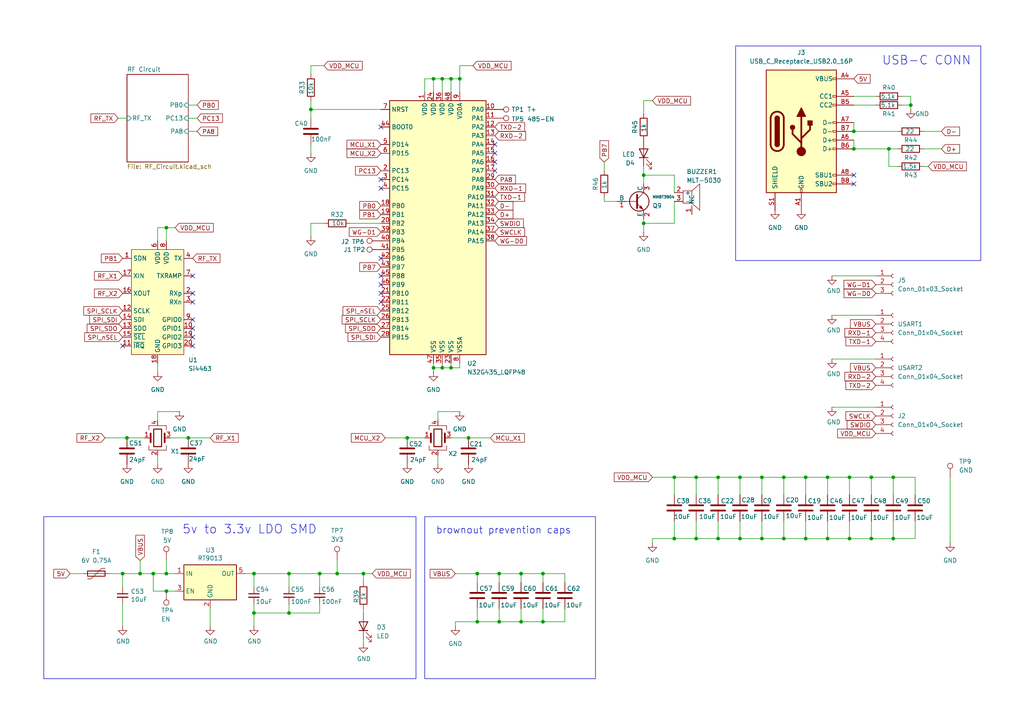
<source format=kicad_sch>
(kicad_sch (version 20250114) (generator "eeschema") (generator_version "9.0")
  (paper "A4")
  (lib_symbols
    (symbol "Connector:Conn_01x03_Socket" (pin_names (offset 1.016) (hide yes))
      (property "Reference" "J" (at 0 5.08 0))
      (property "Value" "Conn_01x03_Socket" (at 0 -5.08 0))
      (symbol "Conn_01x03_Socket_1_1"
        (pin passive line (at -5.08 2.54 0) (length 3.81) (name "Pin_1") (number "1"))
        (pin passive line (at -5.08 0 0) (length 3.81) (name "Pin_2") (number "2"))
        (pin passive line (at -5.08 -2.54 0) (length 3.81) (name "Pin_3") (number "3"))
      )
    )
    (symbol "Connector:Conn_01x04_Socket" (pin_names (offset 1.016) (hide yes))
      (property "Reference" "J" (at 0 5.08 0))
      (property "Value" "Conn_01x04_Socket" (at 0 -7.62 0))
      (symbol "Conn_01x04_Socket_1_1"
        (pin passive line (at -5.08 2.54 0) (length 3.81) (name "Pin_1") (number "1"))
        (pin passive line (at -5.08 0 0) (length 3.81) (name "Pin_2") (number "2"))
        (pin passive line (at -5.08 -2.54 0) (length 3.81) (name "Pin_3") (number "3"))
        (pin passive line (at -5.08 -5.08 0) (length 3.81) (name "Pin_4") (number "4"))
      )
    )
    (symbol "Connector:TestPoint" (pin_numbers (hide yes)) (pin_names (offset 0.762) (hide yes))
      (property "Reference" "TP" (at 0 6.858 0))
      (property "Value" "TestPoint" (at 0 5.08 0))
      (symbol "TestPoint_1_1"
        (pin passive line (at 0 0 90) (length 2.54) (name "1") (number "1"))
      )
    )
    (symbol "Connector:USB_C_Receptacle_USB2.0_16P" (pin_names (offset 1.016))
      (property "Reference" "J" (at 0 22.225 0))
      (property "Value" "USB_C_Receptacle_USB2.0_16P" (at 0 19.685 0))
      (symbol "USB_C_Receptacle_USB2.0_16P_1_1"
        (pin passive line (at -7.62 -22.86 90) (length 5.08) (name "SHIELD") (number "S1"))
        (pin passive line (at 0 -22.86 90) (length 5.08) (name "GND") (number "A1"))
        (pin passive line (at 0 -22.86 90) (length 5.08) (hide yes) (name "GND") (number "A12"))
        (pin passive line (at 0 -22.86 90) (length 5.08) (hide yes) (name "GND") (number "B1"))
        (pin passive line (at 0 -22.86 90) (length 5.08) (hide yes) (name "GND") (number "B12"))
        (pin passive line (at 15.24 15.24 180) (length 5.08) (name "VBUS") (number "A4"))
        (pin passive line (at 15.24 15.24 180) (length 5.08) (hide yes) (name "VBUS") (number "A9"))
        (pin passive line (at 15.24 15.24 180) (length 5.08) (hide yes) (name "VBUS") (number "B4"))
        (pin passive line (at 15.24 15.24 180) (length 5.08) (hide yes) (name "VBUS") (number "B9"))
        (pin bidirectional line (at 15.24 10.16 180) (length 5.08) (name "CC1") (number "A5"))
        (pin bidirectional line (at 15.24 7.62 180) (length 5.08) (name "CC2") (number "B5"))
        (pin bidirectional line (at 15.24 2.54 180) (length 5.08) (name "D-") (number "A7"))
        (pin bidirectional line (at 15.24 0 180) (length 5.08) (name "D-") (number "B7"))
        (pin bidirectional line (at 15.24 -2.54 180) (length 5.08) (name "D+") (number "A6"))
        (pin bidirectional line (at 15.24 -5.08 180) (length 5.08) (name "D+") (number "B6"))
        (pin bidirectional line (at 15.24 -12.7 180) (length 5.08) (name "SBU1") (number "A8"))
        (pin bidirectional line (at 15.24 -15.24 180) (length 5.08) (name "SBU2") (number "B8"))
      )
    )
    (symbol "Device:C" (pin_numbers (hide yes)) (pin_names (offset 0.254))
      (property "Reference" "C" (at 0.635 2.54 0))
      (property "Value" "C" (at 0.635 -2.54 0))
      (symbol "C_1_1"
        (pin passive line (at 0 3.81 270) (length 2.794) (name "~") (number "1"))
        (pin passive line (at 0 -3.81 90) (length 2.794) (name "~") (number "2"))
      )
    )
    (symbol "Device:C_Small" (pin_numbers (hide yes)) (pin_names (offset 0.254) (hide yes))
      (property "Reference" "C" (at 0.254 1.778 0))
      (property "Value" "C_Small" (at 0.254 -2.032 0))
      (symbol "C_Small_1_1"
        (pin passive line (at 0 2.54 270) (length 2.032) (name "~") (number "1"))
        (pin passive line (at 0 -2.54 90) (length 2.032) (name "~") (number "2"))
      )
    )
    (symbol "Device:Crystal_GND24" (pin_names (offset 1.016) (hide yes))
      (property "Reference" "Y" (at 3.175 5.08 0))
      (property "Value" "Crystal_GND24" (at 3.175 3.175 0))
      (symbol "Crystal_GND24_1_1"
        (pin passive line (at -3.81 0 0) (length 1.27) (name "1") (number "1"))
        (pin passive line (at 0 5.08 270) (length 1.27) (name "2") (number "2"))
        (pin passive line (at 0 -5.08 90) (length 1.27) (name "4") (number "4"))
        (pin passive line (at 3.81 0 180) (length 1.27) (name "3") (number "3"))
      )
    )
    (symbol "Device:LED" (pin_numbers (hide yes)) (pin_names (offset 1.016) (hide yes))
      (property "Reference" "D" (at 0 2.54 0))
      (property "Value" "LED" (at 0 -2.54 0))
      (symbol "LED_1_1"
        (pin passive line (at -3.81 0 0) (length 2.54) (name "K") (number "1"))
        (pin passive line (at 3.81 0 180) (length 2.54) (name "A") (number "2"))
      )
    )
    (symbol "Device:Polyfuse" (pin_numbers (hide yes)) (pin_names (offset 0))
      (property "Reference" "F" (at -2.54 0 90))
      (property "Value" "Polyfuse" (at 2.54 0 90))
      (symbol "Polyfuse_1_1"
        (pin passive line (at 0 3.81 270) (length 1.27) (name "~") (number "1"))
        (pin passive line (at 0 -3.81 90) (length 1.27) (name "~") (number "2"))
      )
    )
    (symbol "Device:R" (pin_numbers (hide yes)) (pin_names (offset 0))
      (property "Reference" "R" (at 2.032 0 90))
      (property "Value" "R" (at 0 0 90))
      (symbol "R_1_1"
        (pin passive line (at 0 3.81 270) (length 1.27) (name "~") (number "1"))
        (pin passive line (at 0 -3.81 90) (length 1.27) (name "~") (number "2"))
      )
    )
    (symbol "KLKS:N32G435_LQFP48"
      (property "Reference" "U2" (at 9.7633 -38.1 0))
      (property "Value" "N32G435_LQFP48" (at 9.7633 -40.64 0))
      (symbol "N32G435_LQFP48_1_1"
        (pin input line (at -15.24 35.56 0) (length 2.54) (name "NRST") (number "7"))
        (pin input line (at -15.24 30.48 0) (length 2.54) (name "BOOT0") (number "44"))
        (pin bidirectional line (at -15.24 25.4 0) (length 2.54) (name "PD14") (number "5"))
        (pin bidirectional line (at -15.24 22.86 0) (length 2.54) (name "PD15") (number "6"))
        (pin bidirectional line (at -15.24 17.78 0) (length 2.54) (name "PC13") (number "2"))
        (pin bidirectional line (at -15.24 15.24 0) (length 2.54) (name "PC14") (number "3"))
        (pin bidirectional line (at -15.24 12.7 0) (length 2.54) (name "PC15") (number "4"))
        (pin bidirectional line (at -15.24 7.62 0) (length 2.54) (name "PB0") (number "18"))
        (pin bidirectional line (at -15.24 5.08 0) (length 2.54) (name "PB1") (number "19"))
        (pin bidirectional line (at -15.24 2.54 0) (length 2.54) (name "PB2") (number "20"))
        (pin bidirectional line (at -15.24 0 0) (length 2.54) (name "PB3") (number "39"))
        (pin bidirectional line (at -15.24 -2.54 0) (length 2.54) (name "PB4") (number "40"))
        (pin bidirectional line (at -15.24 -5.08 0) (length 2.54) (name "PB5") (number "41"))
        (pin bidirectional line (at -15.24 -7.62 0) (length 2.54) (name "PB6") (number "42"))
        (pin bidirectional line (at -15.24 -10.16 0) (length 2.54) (name "PB7") (number "43"))
        (pin bidirectional line (at -15.24 -12.7 0) (length 2.54) (name "PB8") (number "45"))
        (pin bidirectional line (at -15.24 -15.24 0) (length 2.54) (name "PB9") (number "46"))
        (pin bidirectional line (at -15.24 -17.78 0) (length 2.54) (name "PB10") (number "21"))
        (pin bidirectional line (at -15.24 -20.32 0) (length 2.54) (name "PB11") (number "22"))
        (pin bidirectional line (at -15.24 -22.86 0) (length 2.54) (name "PB12") (number "25"))
        (pin bidirectional line (at -15.24 -25.4 0) (length 2.54) (name "PB13") (number "26"))
        (pin bidirectional line (at -15.24 -27.94 0) (length 2.54) (name "PB14") (number "27"))
        (pin bidirectional line (at -15.24 -30.48 0) (length 2.54) (name "PB15") (number "28"))
        (pin power_in line (at -2.54 40.64 270) (length 2.54) (name "VDD") (number "1"))
        (pin power_in line (at 0 40.64 270) (length 2.54) (name "VDD") (number "24"))
        (pin passive line (at 0 -38.1 90) (length 2.54) (hide yes) (name "VSS") (number "35"))
        (pin passive line (at 0 -38.1 90) (length 2.54) (hide yes) (name "VSS") (number "47"))
        (pin power_in line (at 0 -38.1 90) (length 2.54) (name "VSS") (number "47"))
        (pin power_in line (at 2.54 40.64 270) (length 2.54) (name "VDD") (number "36"))
        (pin power_in line (at 2.54 -38.1 90) (length 2.54) (name "VSS") (number "35"))
        (pin power_in line (at 5.08 40.64 270) (length 2.54) (name "VDD") (number "48"))
        (pin power_in line (at 5.08 -38.1 90) (length 2.54) (name "VSS") (number "23"))
        (pin power_in line (at 7.62 40.64 270) (length 2.54) (name "VDDA") (number "9"))
        (pin power_in line (at 7.62 -38.1 90) (length 2.54) (name "VSSA") (number "8"))
        (pin bidirectional line (at 17.78 35.56 180) (length 2.54) (name "PA0") (number "10"))
        (pin bidirectional line (at 17.78 33.02 180) (length 2.54) (name "PA1") (number "11"))
        (pin bidirectional line (at 17.78 30.48 180) (length 2.54) (name "PA2") (number "12"))
        (pin bidirectional line (at 17.78 27.94 180) (length 2.54) (name "PA3") (number "13"))
        (pin bidirectional line (at 17.78 25.4 180) (length 2.54) (name "PA4") (number "14"))
        (pin bidirectional line (at 17.78 22.86 180) (length 2.54) (name "PA5") (number "15"))
        (pin bidirectional line (at 17.78 20.32 180) (length 2.54) (name "PA6") (number "16"))
        (pin bidirectional line (at 17.78 17.78 180) (length 2.54) (name "PA7") (number "17"))
        (pin bidirectional line (at 17.78 15.24 180) (length 2.54) (name "PA8") (number "29"))
        (pin bidirectional line (at 17.78 12.7 180) (length 2.54) (name "PA9") (number "30"))
        (pin bidirectional line (at 17.78 10.16 180) (length 2.54) (name "PA10") (number "31"))
        (pin bidirectional line (at 17.78 7.62 180) (length 2.54) (name "PA11") (number "32"))
        (pin bidirectional line (at 17.78 5.08 180) (length 2.54) (name "PA12") (number "33"))
        (pin bidirectional line (at 17.78 2.54 180) (length 2.54) (name "PA13") (number "34"))
        (pin bidirectional line (at 17.78 0 180) (length 2.54) (name "PA14") (number "37"))
        (pin bidirectional line (at 17.78 -2.54 180) (length 2.54) (name "PA15") (number "38"))
      )
    )
    (symbol "LCSC_EasyEDA:MLT-5030"
      (property "Reference" "BUZZER" (at 0 6.35 0))
      (property "Value" "MLT-5030" (at 0 -10.16 0))
      (symbol "MLT-5030_0_1"
        (pin unspecified line (at -3.81 1.27 0) (length 2.54) (name "+") (number "2"))
        (pin unspecified line (at -3.81 -1.27 0) (length 2.54) (name "-") (number "3"))
        (pin unspecified line (at 1.27 -5.08 90) (length 2.54) (name "NC") (number "1"))
      )
    )
    (symbol "PCM_JLCPCB-Transistors:NPN,MMBT3904" (pin_names (offset 0))
      (property "Reference" "Q" (at 4.8514 0.834 0))
      (property "Value" "MMBT3904" (at 4.8514 -1.2122 0))
      (symbol "NPN,MMBT3904_1_1"
        (pin input line (at -5.08 0 0) (length 2.54) (name "B") (number "1"))
        (pin open_collector line (at 2.54 5.08 270) (length 2.54) (name "C") (number "3"))
        (pin open_emitter line (at 2.54 -5.08 90) (length 2.54) (name "E") (number "2"))
      )
    )
    (symbol "RF:Si4463"
      (property "Reference" "U" (at -6.35 16.51 0))
      (property "Value" "Si4463" (at 6.35 16.51 0))
      (symbol "Si4463_1_1"
        (pin input line (at -10.16 12.7 0) (length 2.54) (name "SDN") (number "1"))
        (pin input line (at -10.16 7.62 0) (length 2.54) (name "XIN") (number "17"))
        (pin passive line (at -10.16 2.54 0) (length 2.54) (name "XOUT") (number "16"))
        (pin input line (at -10.16 -2.54 0) (length 2.54) (name "SCLK") (number "12"))
        (pin input line (at -10.16 -5.08 0) (length 2.54) (name "SDI") (number "14"))
        (pin output line (at -10.16 -7.62 0) (length 2.54) (name "SDO") (number "13"))
        (pin input line (at -10.16 -10.16 0) (length 2.54) (name "~{SEL}") (number "15"))
        (pin open_collector line (at -10.16 -12.7 0) (length 2.54) (name "~{IRQ}") (number "11"))
        (pin power_in line (at 0 17.78 270) (length 2.54) (name "VDD") (number "6"))
        (pin power_in line (at 0 -17.78 90) (length 2.54) (name "GND") (number "18"))
        (pin passive line (at 0 -17.78 90) (length 2.54) (hide yes) (name "GND") (number "21"))
        (pin power_in line (at 2.54 17.78 270) (length 2.54) (name "VDD") (number "8"))
        (pin no_connect line (at 7.62 -15.24 180) (length 2.54) (hide yes) (name "NC") (number "5"))
        (pin output line (at 10.16 12.7 180) (length 2.54) (name "TX") (number "4"))
        (pin output line (at 10.16 7.62 180) (length 2.54) (name "TXRAMP") (number "7"))
        (pin input line (at 10.16 2.54 180) (length 2.54) (name "RXp") (number "2"))
        (pin input line (at 10.16 0 180) (length 2.54) (name "RXn") (number "3"))
        (pin bidirectional line (at 10.16 -5.08 180) (length 2.54) (name "GPIO0") (number "9"))
        (pin bidirectional line (at 10.16 -7.62 180) (length 2.54) (name "GPIO1") (number "10"))
        (pin bidirectional line (at 10.16 -10.16 180) (length 2.54) (name "GPIO2") (number "19"))
        (pin bidirectional line (at 10.16 -12.7 180) (length 2.54) (name "GPIO3") (number "20"))
      )
    )
    (symbol "Regulator_Linear:NCV8114ASN120T1G"
      (property "Reference" "U" (at 0 8.89 0))
      (property "Value" "NCV8114ASN120T1G" (at 0 6.35 0))
      (symbol "NCV8114ASN120T1G_1_1"
        (pin power_in line (at -10.16 2.54 0) (length 2.54) (name "IN") (number "1"))
        (pin input line (at -10.16 -2.54 0) (length 2.54) (name "EN") (number "3"))
        (pin power_in line (at 0 -7.62 90) (length 2.54) (name "GND") (number "2"))
        (pin no_connect line (at 7.62 -2.54 180) (length 2.54) (hide yes) (name "NC") (number "4"))
        (pin power_out line (at 10.16 2.54 180) (length 2.54) (name "OUT") (number "5"))
      )
    )
    (symbol "power:GND" (power) (pin_numbers (hide yes)) (pin_names (offset 0) (hide yes))
      (property "Value" "GND" (at 0 -3.81 0))
      (symbol "GND_1_1"
        (pin power_in line (at 0 0 270) (length 0) (name "~") (number "1"))
      )
    )
  )
  (rectangle (start 123.19 149.86) (end 172.72 196.85))
  (rectangle (start 213.36 13.335) (end 284.48 75.565))
  (rectangle (start 12.7 149.86) (end 120.65 196.85))
  (text "5v to 3.3v LDO SMD" (at 72.39 153.67 0) (effects (font (size 2.54 2.54))))
  (text "brownout prevention caps" (at 146.05 153.924 0) (effects (font (size 2 2))))
  (text "USB-C CONN" (at 268.732 17.653 0) (effects (font (size 2.54 2.54))))
  (junction (at 214.63 156.21))
  (junction (at 157.48 166.37))
  (junction (at 83.82 166.37))
  (junction (at 247.65 38.1))
  (junction (at 186.69 64.77))
  (junction (at 227.33 138.43))
  (junction (at 214.63 138.43))
  (junction (at 264.16 30.48))
  (junction (at 186.69 50.8))
  (junction (at 144.78 180.34))
  (junction (at 201.93 138.43))
  (junction (at 73.66 177.8))
  (junction (at 36.83 127))
  (junction (at 240.03 138.43))
  (junction (at 227.33 156.21))
  (junction (at 220.98 138.43))
  (junction (at 48.26 166.37))
  (junction (at 208.28 138.43))
  (junction (at 138.43 166.37))
  (junction (at 252.73 138.43))
  (junction (at 252.73 156.21))
  (junction (at 44.45 166.37))
  (junction (at 135.89 127))
  (junction (at 138.43 180.34))
  (junction (at 246.38 138.43))
  (junction (at 257.81 43.18))
  (junction (at 48.26 66.04))
  (junction (at 208.28 156.21))
  (junction (at 133.35 22.86))
  (junction (at 259.08 156.21))
  (junction (at 83.82 177.8))
  (junction (at 128.27 22.86))
  (junction (at 73.66 166.37))
  (junction (at 92.71 166.37))
  (junction (at 247.65 43.18))
  (junction (at 195.58 138.43))
  (junction (at 240.03 156.21))
  (junction (at 151.13 180.34))
  (junction (at 259.08 138.43))
  (junction (at 125.73 106.68))
  (junction (at 130.81 106.68))
  (junction (at 35.56 166.37))
  (junction (at 130.81 22.86))
  (junction (at 128.27 106.68))
  (junction (at 118.11 127))
  (junction (at 220.98 156.21))
  (junction (at 48.26 171.45))
  (junction (at 233.68 156.21))
  (junction (at 90.17 31.75))
  (junction (at 151.13 166.37))
  (junction (at 144.78 166.37))
  (junction (at 54.61 127))
  (junction (at 201.93 156.21))
  (junction (at 246.38 156.21))
  (junction (at 40.64 166.37))
  (junction (at 195.58 156.21))
  (junction (at 125.73 22.86))
  (junction (at 105.41 166.37))
  (junction (at 97.79 166.37))
  (junction (at 157.48 180.34))
  (junction (at 233.68 138.43))
  (no_connect (at 35.56 100.33))
  (no_connect (at 247.65 53.34))
  (no_connect (at 55.88 92.71))
  (no_connect (at 55.88 80.01))
  (no_connect (at 110.49 80.01))
  (no_connect (at 143.51 46.99))
  (no_connect (at 110.49 74.93))
  (no_connect (at 55.88 100.33))
  (no_connect (at 143.51 49.53))
  (no_connect (at 143.51 44.45))
  (no_connect (at 110.49 36.83))
  (no_connect (at 55.88 95.25))
  (no_connect (at 247.65 50.8))
  (no_connect (at 110.49 87.63))
  (no_connect (at 143.51 41.91))
  (no_connect (at 55.88 97.79))
  (no_connect (at 110.49 52.07))
  (no_connect (at 110.49 54.61))
  (no_connect (at 55.88 87.63))
  (no_connect (at 110.49 82.55))
  (no_connect (at 55.88 85.09))
  (no_connect (at 110.49 85.09))
  (wire (pts (xy 259.08 156.21) (xy 252.73 156.21)))
  (wire (pts (xy 128.27 106.68) (xy 130.81 106.68)))
  (wire (pts (xy 40.64 162.56) (xy 40.64 166.37)))
  (wire (pts (xy 138.43 166.37) (xy 144.78 166.37)))
  (wire (pts (xy 35.56 175.26) (xy 35.56 181.61)))
  (wire (pts (xy 195.58 138.43) (xy 195.58 143.51)))
  (wire (pts (xy 241.3 80.01) (xy 254 80.01)))
  (wire (pts (xy 125.73 107.95) (xy 125.73 106.68)))
  (wire (pts (xy 133.35 119.38) (xy 127 119.38)))
  (wire (pts (xy 247.65 35.56) (xy 247.65 38.1)))
  (wire (pts (xy 227.33 138.43) (xy 220.98 138.43)))
  (wire (pts (xy 151.13 166.37) (xy 157.48 166.37)))
  (wire (pts (xy 92.71 166.37) (xy 97.79 166.37)))
  (wire (pts (xy 261.62 27.94) (xy 264.16 27.94)))
  (wire (pts (xy 93.98 19.05) (xy 90.17 19.05)))
  (wire (pts (xy 240.03 138.43) (xy 233.68 138.43)))
  (wire (pts (xy 35.56 166.37) (xy 40.64 166.37)))
  (wire (pts (xy 128.27 22.86) (xy 125.73 22.86)))
  (wire (pts (xy 52.07 119.38) (xy 45.72 119.38)))
  (wire (pts (xy 157.48 166.37) (xy 163.83 166.37)))
  (wire (pts (xy 227.33 151.13) (xy 227.33 156.21)))
  (wire (pts (xy 60.96 176.53) (xy 60.96 181.61)))
  (wire (pts (xy 128.27 105.41) (xy 128.27 106.68)))
  (wire (pts (xy 133.35 22.86) (xy 133.35 26.67)))
  (wire (pts (xy 214.63 138.43) (xy 208.28 138.43)))
  (wire (pts (xy 105.41 166.37) (xy 105.41 168.91)))
  (wire (pts (xy 241.3 91.44) (xy 254 91.44)))
  (wire (pts (xy 247.65 30.48) (xy 254 30.48)))
  (wire (pts (xy 265.43 143.51) (xy 265.43 138.43)))
  (wire (pts (xy 90.17 29.21) (xy 90.17 31.75)))
  (wire (pts (xy 138.43 166.37) (xy 138.43 168.91)))
  (wire (pts (xy 97.79 162.56) (xy 97.79 166.37)))
  (wire (pts (xy 125.73 22.86) (xy 125.73 26.67)))
  (wire (pts (xy 57.15 30.48) (xy 54.61 30.48)))
  (wire (pts (xy 186.69 29.21) (xy 186.69 33.02)))
  (wire (pts (xy 105.41 176.53) (xy 105.41 177.8)))
  (wire (pts (xy 135.89 127) (xy 142.24 127)))
  (wire (pts (xy 195.58 151.13) (xy 195.58 156.21)))
  (wire (pts (xy 246.38 151.13) (xy 246.38 156.21)))
  (wire (pts (xy 151.13 166.37) (xy 151.13 168.91)))
  (wire (pts (xy 208.28 138.43) (xy 208.28 143.51)))
  (wire (pts (xy 144.78 166.37) (xy 151.13 166.37)))
  (wire (pts (xy 227.33 156.21) (xy 233.68 156.21)))
  (wire (pts (xy 44.45 166.37) (xy 48.26 166.37)))
  (wire (pts (xy 118.11 127) (xy 123.19 127)))
  (wire (pts (xy 265.43 151.13) (xy 265.43 156.21)))
  (wire (pts (xy 125.73 22.86) (xy 123.19 22.86)))
  (wire (pts (xy 195.58 156.21) (xy 201.93 156.21)))
  (wire (pts (xy 233.68 151.13) (xy 233.68 156.21)))
  (wire (pts (xy 107.95 166.37) (xy 105.41 166.37)))
  (wire (pts (xy 30.48 127) (xy 36.83 127)))
  (wire (pts (xy 201.93 138.43) (xy 208.28 138.43)))
  (wire (pts (xy 48.26 166.37) (xy 50.8 166.37)))
  (wire (pts (xy 130.81 22.86) (xy 130.81 26.67)))
  (wire (pts (xy 240.03 143.51) (xy 240.03 138.43)))
  (wire (pts (xy 186.69 63.5) (xy 186.69 64.77)))
  (wire (pts (xy 201.93 156.21) (xy 208.28 156.21)))
  (wire (pts (xy 247.65 43.18) (xy 257.81 43.18)))
  (wire (pts (xy 175.26 46.99) (xy 175.26 49.53)))
  (wire (pts (xy 83.82 175.26) (xy 83.82 177.8)))
  (wire (pts (xy 151.13 176.53) (xy 151.13 180.34)))
  (wire (pts (xy 133.35 105.41) (xy 133.35 106.68)))
  (wire (pts (xy 36.83 34.29) (xy 34.29 34.29)))
  (wire (pts (xy 93.98 64.77) (xy 90.17 64.77)))
  (wire (pts (xy 49.53 127) (xy 54.61 127)))
  (wire (pts (xy 90.17 31.75) (xy 90.17 34.29)))
  (wire (pts (xy 92.71 175.26) (xy 92.71 177.8)))
  (wire (pts (xy 144.78 176.53) (xy 144.78 180.34)))
  (wire (pts (xy 45.72 119.38) (xy 45.72 121.92)))
  (wire (pts (xy 163.83 176.53) (xy 163.83 180.34)))
  (wire (pts (xy 133.35 22.86) (xy 130.81 22.86)))
  (wire (pts (xy 214.63 151.13) (xy 214.63 156.21)))
  (wire (pts (xy 214.63 143.51) (xy 214.63 138.43)))
  (wire (pts (xy 57.15 34.29) (xy 54.61 34.29)))
  (wire (pts (xy 130.81 105.41) (xy 130.81 106.68)))
  (wire (pts (xy 130.81 22.86) (xy 128.27 22.86)))
  (wire (pts (xy 90.17 31.75) (xy 110.49 31.75)))
  (wire (pts (xy 157.48 180.34) (xy 163.83 180.34)))
  (wire (pts (xy 31.75 166.37) (xy 35.56 166.37)))
  (wire (pts (xy 157.48 166.37) (xy 157.48 168.91)))
  (wire (pts (xy 90.17 64.77) (xy 90.17 68.58)))
  (wire (pts (xy 267.97 43.18) (xy 273.05 43.18)))
  (wire (pts (xy 201.93 138.43) (xy 195.58 138.43)))
  (wire (pts (xy 144.78 166.37) (xy 144.78 168.91)))
  (wire (pts (xy 247.65 40.64) (xy 247.65 43.18)))
  (wire (pts (xy 267.97 38.1) (xy 273.05 38.1)))
  (wire (pts (xy 195.58 58.42) (xy 195.58 64.77)))
  (wire (pts (xy 73.66 175.26) (xy 73.66 177.8)))
  (wire (pts (xy 48.26 66.04) (xy 48.26 69.85)))
  (wire (pts (xy 265.43 138.43) (xy 259.08 138.43)))
  (wire (pts (xy 186.69 64.77) (xy 186.69 67.31)))
  (wire (pts (xy 151.13 180.34) (xy 157.48 180.34)))
  (wire (pts (xy 246.38 143.51) (xy 246.38 138.43)))
  (wire (pts (xy 101.6 64.77) (xy 110.49 64.77)))
  (wire (pts (xy 163.83 166.37) (xy 163.83 168.91)))
  (wire (pts (xy 220.98 156.21) (xy 227.33 156.21)))
  (wire (pts (xy 57.15 38.1) (xy 54.61 38.1)))
  (wire (pts (xy 264.16 27.94) (xy 264.16 30.48)))
  (wire (pts (xy 20.32 166.37) (xy 24.13 166.37)))
  (wire (pts (xy 189.23 156.21) (xy 189.23 157.48)))
  (wire (pts (xy 189.23 138.43) (xy 195.58 138.43)))
  (wire (pts (xy 264.16 30.48) (xy 264.16 31.75)))
  (wire (pts (xy 208.28 156.21) (xy 214.63 156.21)))
  (wire (pts (xy 252.73 143.51) (xy 252.73 138.43)))
  (wire (pts (xy 246.38 156.21) (xy 240.03 156.21)))
  (wire (pts (xy 220.98 156.21) (xy 214.63 156.21)))
  (wire (pts (xy 132.08 180.34) (xy 138.43 180.34)))
  (wire (pts (xy 195.58 55.88) (xy 195.58 50.8)))
  (wire (pts (xy 83.82 177.8) (xy 73.66 177.8)))
  (wire (pts (xy 35.56 170.18) (xy 35.56 166.37)))
  (wire (pts (xy 195.58 50.8) (xy 186.69 50.8)))
  (wire (pts (xy 252.73 138.43) (xy 246.38 138.43)))
  (wire (pts (xy 40.64 166.37) (xy 44.45 166.37)))
  (wire (pts (xy 252.73 138.43) (xy 259.08 138.43)))
  (wire (pts (xy 50.8 171.45) (xy 48.26 171.45)))
  (wire (pts (xy 127 132.08) (xy 127 134.62)))
  (wire (pts (xy 240.03 151.13) (xy 240.03 156.21)))
  (wire (pts (xy 73.66 177.8) (xy 73.66 181.61)))
  (wire (pts (xy 260.35 48.26) (xy 257.81 48.26)))
  (wire (pts (xy 90.17 19.05) (xy 90.17 21.59)))
  (wire (pts (xy 45.72 134.62) (xy 45.72 132.08)))
  (wire (pts (xy 111.76 127) (xy 118.11 127)))
  (wire (pts (xy 201.93 151.13) (xy 201.93 156.21)))
  (wire (pts (xy 157.48 176.53) (xy 157.48 180.34)))
  (wire (pts (xy 275.59 138.43) (xy 275.59 157.48)))
  (wire (pts (xy 220.98 143.51) (xy 220.98 138.43)))
  (wire (pts (xy 257.81 48.26) (xy 257.81 43.18)))
  (wire (pts (xy 48.26 66.04) (xy 50.8 66.04)))
  (wire (pts (xy 128.27 22.86) (xy 128.27 26.67)))
  (wire (pts (xy 127 119.38) (xy 127 121.92)))
  (wire (pts (xy 48.26 162.56) (xy 48.26 166.37)))
  (wire (pts (xy 83.82 166.37) (xy 92.71 166.37)))
  (wire (pts (xy 133.35 19.05) (xy 133.35 22.86)))
  (wire (pts (xy 261.62 30.48) (xy 264.16 30.48)))
  (wire (pts (xy 144.78 180.34) (xy 151.13 180.34)))
  (wire (pts (xy 257.81 43.18) (xy 260.35 43.18)))
  (wire (pts (xy 71.12 166.37) (xy 73.66 166.37)))
  (wire (pts (xy 233.68 143.51) (xy 233.68 138.43)))
  (wire (pts (xy 45.72 66.04) (xy 48.26 66.04)))
  (wire (pts (xy 241.3 104.14) (xy 254 104.14)))
  (wire (pts (xy 73.66 166.37) (xy 83.82 166.37)))
  (wire (pts (xy 195.58 64.77) (xy 186.69 64.77)))
  (wire (pts (xy 125.73 106.68) (xy 128.27 106.68)))
  (wire (pts (xy 233.68 138.43) (xy 227.33 138.43)))
  (wire (pts (xy 265.43 156.21) (xy 259.08 156.21)))
  (wire (pts (xy 132.08 166.37) (xy 138.43 166.37)))
  (wire (pts (xy 259.08 143.51) (xy 259.08 138.43)))
  (wire (pts (xy 73.66 170.18) (xy 73.66 166.37)))
  (wire (pts (xy 201.93 143.51) (xy 201.93 138.43)))
  (wire (pts (xy 267.97 48.26) (xy 269.24 48.26)))
  (wire (pts (xy 175.26 58.42) (xy 179.07 58.42)))
  (wire (pts (xy 130.81 127) (xy 135.89 127)))
  (wire (pts (xy 105.41 166.37) (xy 97.79 166.37)))
  (wire (pts (xy 252.73 156.21) (xy 246.38 156.21)))
  (wire (pts (xy 130.81 106.68) (xy 133.35 106.68)))
  (wire (pts (xy 36.83 127) (xy 41.91 127)))
  (wire (pts (xy 247.65 38.1) (xy 260.35 38.1)))
  (wire (pts (xy 45.72 69.85) (xy 45.72 66.04)))
  (wire (pts (xy 105.41 185.42) (xy 105.41 186.69)))
  (wire (pts (xy 186.69 50.8) (xy 186.69 53.34)))
  (wire (pts (xy 240.03 156.21) (xy 233.68 156.21)))
  (wire (pts (xy 132.08 180.34) (xy 132.08 181.61)))
  (wire (pts (xy 241.3 118.11) (xy 254 118.11)))
  (wire (pts (xy 246.38 138.43) (xy 240.03 138.43)))
  (wire (pts (xy 259.08 151.13) (xy 259.08 156.21)))
  (wire (pts (xy 60.96 127) (xy 54.61 127)))
  (wire (pts (xy 208.28 151.13) (xy 208.28 156.21)))
  (wire (pts (xy 83.82 166.37) (xy 83.82 170.18)))
  (wire (pts (xy 44.45 171.45) (xy 48.26 171.45)))
  (wire (pts (xy 45.72 105.41) (xy 45.72 107.95)))
  (wire (pts (xy 189.23 29.21) (xy 186.69 29.21)))
  (wire (pts (xy 220.98 138.43) (xy 214.63 138.43)))
  (wire (pts (xy 138.43 180.34) (xy 144.78 180.34)))
  (wire (pts (xy 92.71 177.8) (xy 83.82 177.8)))
  (wire (pts (xy 186.69 48.26) (xy 186.69 50.8)))
  (wire (pts (xy 220.98 151.13) (xy 220.98 156.21)))
  (wire (pts (xy 189.23 156.21) (xy 195.58 156.21)))
  (wire (pts (xy 44.45 171.45) (xy 44.45 166.37)))
  (wire (pts (xy 125.73 105.41) (xy 125.73 106.68)))
  (wire (pts (xy 252.73 151.13) (xy 252.73 156.21)))
  (wire (pts (xy 175.26 58.42) (xy 175.26 57.15)))
  (wire (pts (xy 90.17 41.91) (xy 90.17 44.45)))
  (wire (pts (xy 137.16 19.05) (xy 133.35 19.05)))
  (wire (pts (xy 227.33 143.51) (xy 227.33 138.43)))
  (wire (pts (xy 247.65 27.94) (xy 254 27.94)))
  (wire (pts (xy 92.71 166.37) (xy 92.71 170.18)))
  (wire (pts (xy 138.43 176.53) (xy 138.43 180.34)))
  (wire (pts (xy 123.19 22.86) (xy 123.19 26.67)))
  (global_label "D+" (shape input) (at 273.05 43.18 0) (property "Intersheetrefs" "${INTERSHEET_REFS}" (effects (hide yes))))
  (global_label "PB0" (shape input) (at 57.15 30.48 0) (property "Intersheetrefs" "${INTERSHEET_REFS}" (effects (hide yes))))
  (global_label "5V" (shape input) (at 247.65 22.86 0) (property "Intersheetrefs" "${INTERSHEET_REFS}" (effects (hide yes))))
  (global_label "RXD-2" (shape input) (at 143.51 39.37 0) (property "Intersheetrefs" "${INTERSHEET_REFS}" (effects (hide yes))))
  (global_label "RF_X2" (shape input) (at 35.56 85.09 180) (property "Intersheetrefs" "${INTERSHEET_REFS}" (effects (hide yes))))
  (global_label "MCU_X1" (shape input) (at 142.24 127 0) (property "Intersheetrefs" "${INTERSHEET_REFS}" (effects (hide yes))))
  (global_label "TXD-1" (shape input) (at 143.51 57.15 0) (property "Intersheetrefs" "${INTERSHEET_REFS}" (effects (hide yes))))
  (global_label "WG-D1" (shape input) (at 254 82.55 180) (property "Intersheetrefs" "${INTERSHEET_REFS}" (effects (hide yes))))
  (global_label "TXD-2" (shape input) (at 143.51 36.83 0) (property "Intersheetrefs" "${INTERSHEET_REFS}" (effects (hide yes))))
  (global_label "SWDIO" (shape input) (at 143.51 64.77 0) (property "Intersheetrefs" "${INTERSHEET_REFS}" (effects (hide yes))))
  (global_label "SPI_SDO" (shape input) (at 35.56 95.25 180) (property "Intersheetrefs" "${INTERSHEET_REFS}" (effects (hide yes))))
  (global_label "5V" (shape input) (at 20.32 166.37 180) (property "Intersheetrefs" "${INTERSHEET_REFS}" (effects (hide yes))))
  (global_label "SWDIO" (shape input) (at 254 123.19 180) (property "Intersheetrefs" "${INTERSHEET_REFS}" (effects (hide yes))))
  (global_label "WG-D1" (shape input) (at 110.49 67.31 180) (property "Intersheetrefs" "${INTERSHEET_REFS}" (effects (hide yes))))
  (global_label "RF_TX" (shape input) (at 34.29 34.29 180) (property "Intersheetrefs" "${INTERSHEET_REFS}" (effects (hide yes))))
  (global_label "RF_TX" (shape input) (at 55.88 74.93 0) (property "Intersheetrefs" "${INTERSHEET_REFS}" (effects (hide yes))))
  (global_label "MCU_X2" (shape input) (at 111.76 127 180) (property "Intersheetrefs" "${INTERSHEET_REFS}" (effects (hide yes))))
  (global_label "PA8" (shape input) (at 143.51 52.07 0) (property "Intersheetrefs" "${INTERSHEET_REFS}" (effects (hide yes))))
  (global_label "RF_X1" (shape input) (at 60.96 127 0) (property "Intersheetrefs" "${INTERSHEET_REFS}" (effects (hide yes))))
  (global_label "VBUS" (shape input) (at 254 106.68 180) (property "Intersheetrefs" "${INTERSHEET_REFS}" (effects (hide yes))))
  (global_label "SPI_nSEL" (shape input) (at 35.56 97.79 180) (property "Intersheetrefs" "${INTERSHEET_REFS}" (effects (hide yes))))
  (global_label "TXD-1" (shape input) (at 254 99.06 180) (property "Intersheetrefs" "${INTERSHEET_REFS}" (effects (hide yes))))
  (global_label "D+" (shape input) (at 143.51 62.23 0) (property "Intersheetrefs" "${INTERSHEET_REFS}" (effects (hide yes))))
  (global_label "PB1" (shape input) (at 35.56 74.93 180) (property "Intersheetrefs" "${INTERSHEET_REFS}" (effects (hide yes))))
  (global_label "RF_X1" (shape input) (at 35.56 80.01 180) (property "Intersheetrefs" "${INTERSHEET_REFS}" (effects (hide yes))))
  (global_label "PB0" (shape input) (at 110.49 59.69 180) (property "Intersheetrefs" "${INTERSHEET_REFS}" (effects (hide yes))))
  (global_label "WG-D0" (shape input) (at 143.51 69.85 0) (property "Intersheetrefs" "${INTERSHEET_REFS}" (effects (hide yes))))
  (global_label "SPI_SDI" (shape input) (at 35.56 92.71 180) (property "Intersheetrefs" "${INTERSHEET_REFS}" (effects (hide yes))))
  (global_label "PB1" (shape input) (at 110.49 62.23 180) (property "Intersheetrefs" "${INTERSHEET_REFS}" (effects (hide yes))))
  (global_label "MCU_X1" (shape input) (at 110.49 41.91 180) (property "Intersheetrefs" "${INTERSHEET_REFS}" (effects (hide yes))))
  (global_label "RXD-1" (shape input) (at 143.51 54.61 0) (property "Intersheetrefs" "${INTERSHEET_REFS}" (effects (hide yes))))
  (global_label "SPI_SCLK" (shape input) (at 110.49 92.71 180) (property "Intersheetrefs" "${INTERSHEET_REFS}" (effects (hide yes))))
  (global_label "RXD-2" (shape input) (at 254 109.22 180) (property "Intersheetrefs" "${INTERSHEET_REFS}" (effects (hide yes))))
  (global_label "PB7" (shape input) (at 175.26 46.99 90) (property "Intersheetrefs" "${INTERSHEET_REFS}" (effects (hide yes))))
  (global_label "VDD_MCU" (shape input) (at 107.95 166.37 0) (property "Intersheetrefs" "${INTERSHEET_REFS}" (effects (hide yes))))
  (global_label "D-" (shape input) (at 273.05 38.1 0) (property "Intersheetrefs" "${INTERSHEET_REFS}" (effects (hide yes))))
  (global_label "PC13" (shape input) (at 110.49 49.53 180) (property "Intersheetrefs" "${INTERSHEET_REFS}" (effects (hide yes))))
  (global_label "VDD_MCU" (shape input) (at 269.24 48.26 0) (property "Intersheetrefs" "${INTERSHEET_REFS}" (effects (hide yes))))
  (global_label "VDD_MCU" (shape input) (at 50.8 66.04 0) (property "Intersheetrefs" "${INTERSHEET_REFS}" (effects (hide yes))))
  (global_label "VDD_MCU" (shape input) (at 189.23 138.43 180) (property "Intersheetrefs" "${INTERSHEET_REFS}" (effects (hide yes))))
  (global_label "SWCLK" (shape input) (at 143.51 67.31 0) (property "Intersheetrefs" "${INTERSHEET_REFS}" (effects (hide yes))))
  (global_label "PA8" (shape input) (at 57.15 38.1 0) (property "Intersheetrefs" "${INTERSHEET_REFS}" (effects (hide yes))))
  (global_label "VDD_MCU" (shape input) (at 189.23 29.21 0) (property "Intersheetrefs" "${INTERSHEET_REFS}" (effects (hide yes))))
  (global_label "SWCLK" (shape input) (at 254 120.65 180) (property "Intersheetrefs" "${INTERSHEET_REFS}" (effects (hide yes))))
  (global_label "SPI_SCLK" (shape input) (at 35.56 90.17 180) (property "Intersheetrefs" "${INTERSHEET_REFS}" (effects (hide yes))))
  (global_label "PB7" (shape input) (at 110.49 77.47 180) (property "Intersheetrefs" "${INTERSHEET_REFS}" (effects (hide yes))))
  (global_label "PC13" (shape input) (at 57.15 34.29 0) (property "Intersheetrefs" "${INTERSHEET_REFS}" (effects (hide yes))))
  (global_label "VDD_MCU" (shape input) (at 93.98 19.05 0) (property "Intersheetrefs" "${INTERSHEET_REFS}" (effects (hide yes))))
  (global_label "SPI_SDO" (shape input) (at 110.49 95.25 180) (property "Intersheetrefs" "${INTERSHEET_REFS}" (effects (hide yes))))
  (global_label "TXD-2" (shape input) (at 254 111.76 180) (property "Intersheetrefs" "${INTERSHEET_REFS}" (effects (hide yes))))
  (global_label "VDD_MCU" (shape input) (at 137.16 19.05 0) (property "Intersheetrefs" "${INTERSHEET_REFS}" (effects (hide yes))))
  (global_label "VBUS" (shape input) (at 40.64 162.56 90) (property "Intersheetrefs" "${INTERSHEET_REFS}" (effects (hide yes))))
  (global_label "SPI_SDI" (shape input) (at 110.49 97.79 180) (property "Intersheetrefs" "${INTERSHEET_REFS}" (effects (hide yes))))
  (global_label "VBUS" (shape input) (at 254 93.98 180) (property "Intersheetrefs" "${INTERSHEET_REFS}" (effects (hide yes))))
  (global_label "SPI_nSEL" (shape input) (at 110.49 90.17 180) (property "Intersheetrefs" "${INTERSHEET_REFS}" (effects (hide yes))))
  (global_label "D-" (shape input) (at 143.51 59.69 0) (property "Intersheetrefs" "${INTERSHEET_REFS}" (effects (hide yes))))
  (global_label "VBUS" (shape input) (at 132.08 166.37 180) (property "Intersheetrefs" "${INTERSHEET_REFS}" (effects (hide yes))))
  (global_label "RF_X2" (shape input) (at 30.48 127 180) (property "Intersheetrefs" "${INTERSHEET_REFS}" (effects (hide yes))))
  (global_label "WG-D0" (shape input) (at 254 85.09 180) (property "Intersheetrefs" "${INTERSHEET_REFS}" (effects (hide yes))))
  (global_label "VDD_MCU" (shape input) (at 254 125.73 180) (property "Intersheetrefs" "${INTERSHEET_REFS}" (effects (hide yes))))
  (global_label "RXD-1" (shape input) (at 254 96.52 180) (property "Intersheetrefs" "${INTERSHEET_REFS}" (effects (hide yes))))
  (global_label "MCU_X2" (shape input) (at 110.49 44.45 180) (property "Intersheetrefs" "${INTERSHEET_REFS}" (effects (hide yes))))
  (symbol (lib_id "Device:Crystal_GND24") (at 45.72 127 0) (mirror x) (unit 1)
    (property "Reference" "X1" (at 50.8 130.8802 0))
    (property "Value" "X322525MOB4SI" (effects (hide yes)))
    (property "Footprint" "Oscillator:Oscillator_SMD_Abracon_ASE-4Pin_3.2x2.5mm" (effects (hide yes)))
    (property "Description" "Four pin crystal, GND on pins 2 and 4" (effects (hide yes)))
    (property "LCSC" "C9006" (effects (hide yes)))
    (property "Stock" "307445" (effects (hide yes)))
    (property "Price" "0.068USD" (effects (hide yes)))
    (property "Process" "SMT" (effects (hide yes)))
    (property "Minimum Qty" "5" (effects (hide yes)))
    (property "Attrition Qty" "4" (effects (hide yes)))
    (property "Class" "Basic Component" (effects (hide yes)))
    (property "Category" "Crystals/Oscillators/Resonators,Crystals" (effects (hide yes)))
    (property "Manufacturer" "Yangxing Tech" (effects (hide yes)))
    (property "Part" "X322525MOB4SI" (effects (hide yes)))
    (property "Frequency" "30MHz" (effects (hide yes)))
    (property "Frequency Stability" "±20ppm" (effects (hide yes)))
    (property "Operating Temperature" "-40°C~+85°C" (effects (hide yes)))
    (property "Frequency Tolerance" "±10ppm" (effects (hide yes)))
    (property "Crystal Type" "SMD Crystal Resonator" (effects (hide yes)))
    (property "Load Capacitance" "12pF" (effects (hide yes)))
    (property "Normal Temperature Frequency Tolerance" "±10ppm" (effects (hide yes)))
    (property "Type" "Surface Mount Crystal" (effects (hide yes)))
  )
  (symbol (lib_id "Device:R") (at 264.16 43.18 90) (unit 1)
    (property "Reference" "R42" (at 264.16 45.72 90))
    (property "Value" "22" (at 263.906 43.18 90))
    (property "Footprint" "Resistor_SMD:R_0805_2012Metric_Pad1.20x1.40mm_HandSolder" (effects (hide yes)))
    (property "Description" "Resistor" (effects (hide yes)))
  )
  (symbol (lib_id "power:GND") (at 52.07 119.38 0) (unit 1)
    (property "Reference" "#PWR048" (effects (hide yes)))
    (property "Value" "GND" (at 52.07 124.46 0))
    (property "Description" "Power symbol creates a global label with name \"GND\" , ground" (effects (hide yes)))
  )
  (symbol (lib_id "Device:C") (at 135.89 130.81 0) (unit 1)
    (property "Reference" "C21" (at 136.144 128.778 0) (effects (justify left)))
    (property "Value" "24pF" (at 136.652 133.35 0) (effects (justify left)))
    (property "Footprint" "Capacitor_SMD:C_0805_2012Metric_Pad1.18x1.45mm_HandSolder" (effects (hide yes)))
    (property "Description" "Unpolarized capacitor" (effects (hide yes)))
  )
  (symbol (lib_id "power:GND") (at 45.72 134.62 0) (unit 1)
    (property "Reference" "#PWR049" (effects (hide yes)))
    (property "Value" "GND" (at 45.72 139.7 0))
    (property "Description" "Power symbol creates a global label with name \"GND\" , ground" (effects (hide yes)))
  )
  (symbol (lib_id "Device:C") (at 195.58 147.32 0) (unit 1)
    (property "Reference" "C38" (at 198.12 145.288 0))
    (property "Value" "10uF" (at 197.866 149.86 0))
    (property "Footprint" "Capacitor_SMD:C_0805_2012Metric_Pad1.18x1.45mm_HandSolder" (effects (hide yes)))
    (property "Description" "Unpolarized capacitor" (effects (hide yes)))
  )
  (symbol (lib_id "Device:C") (at 118.11 130.81 0) (unit 1)
    (property "Reference" "C52" (at 118.618 128.778 0) (effects (justify left)))
    (property "Value" "24pF" (at 118.872 133.35 0) (effects (justify left)))
    (property "Footprint" "Capacitor_SMD:C_0805_2012Metric_Pad1.18x1.45mm_HandSolder" (effects (hide yes)))
    (property "Description" "Unpolarized capacitor" (effects (hide yes)))
  )
  (symbol (lib_id "Connector:Conn_01x04_Socket") (at 259.08 93.98 0) (unit 1)
    (property "Reference" "USART1" (at 260.35 93.9799 0) (effects (justify left)))
    (property "Value" "Conn_01x04_Socket" (at 260.35 96.5199 0) (effects (justify left)))
    (property "Footprint" "Connector_PinHeader_2.54mm:PinHeader_1x04_P2.54mm_Vertical" (effects (hide yes)))
    (property "Description" "Generic connector, single row, 01x04, script generated" (effects (hide yes)))
  )
  (symbol (lib_id "Device:C") (at 233.68 147.32 0) (unit 1)
    (property "Reference" "C19" (at 236.22 145.288 0))
    (property "Value" "10uF" (at 236.474 150.114 0))
    (property "Footprint" "Capacitor_SMD:C_0805_2012Metric_Pad1.18x1.45mm_HandSolder" (effects (hide yes)))
    (property "Description" "Unpolarized capacitor" (effects (hide yes)))
  )
  (symbol (lib_id "Device:C") (at 163.83 172.72 0) (unit 1)
    (property "Reference" "C62" (at 166.37 170.688 0))
    (property "Value" "10uF" (at 166.624 175.514 0))
    (property "Footprint" "Capacitor_SMD:C_1206_3216Metric_Pad1.33x1.80mm_HandSolder" (effects (hide yes)))
    (property "Description" "Unpolarized capacitor" (effects (hide yes)))
  )
  (symbol (lib_id "power:GND") (at 275.59 157.48 0) (unit 1)
    (property "Reference" "#PWR036" (effects (hide yes)))
    (property "Value" "GND" (at 275.59 162.56 0))
    (property "Description" "Power symbol creates a global label with name \"GND\" , ground" (effects (hide yes)))
  )
  (symbol (lib_id "Device:C") (at 246.38 147.32 0) (unit 1)
    (property "Reference" "C47" (at 248.92 145.288 0))
    (property "Value" "10uF" (at 249.174 150.114 0))
    (property "Footprint" "Capacitor_SMD:C_0805_2012Metric_Pad1.18x1.45mm_HandSolder" (effects (hide yes)))
    (property "Description" "Unpolarized capacitor" (effects (hide yes)))
  )
  (symbol (lib_id "Device:R") (at 264.16 38.1 90) (unit 1)
    (property "Reference" "R44" (at 264.16 40.64 90))
    (property "Value" "22" (at 263.906 38.1 90))
    (property "Footprint" "Resistor_SMD:R_0805_2012Metric_Pad1.20x1.40mm_HandSolder" (effects (hide yes)))
    (property "Description" "Resistor" (effects (hide yes)))
  )
  (symbol (lib_id "Device:LED") (at 105.41 181.61 90) (unit 1)
    (property "Reference" "D3" (at 109.22 181.9274 90) (effects (justify right)))
    (property "Value" "LED" (at 109.22 184.4674 90) (effects (justify right)))
    (property "Footprint" "LED_SMD:LED_0805_2012Metric_Pad1.15x1.40mm_HandSolder" (effects (hide yes)))
    (property "Description" "Light emitting diode" (effects (hide yes)))
    (property "Sim.Pins" "1=K 2=A" (effects (hide yes)))
  )
  (symbol (lib_id "PCM_JLCPCB-Transistors:NPN,MMBT3904") (at 184.15 58.42 0) (unit 1)
    (property "Reference" "Q9" (at 189.23 59.6901 0) (effects (justify left)))
    (property "Value" "MMBT3904" (at 189.23 57.15 0) (effects (font (size 0.8 0.8)) (justify left)))
    (property "Footprint" "Package_TO_SOT_SMD:SOT-23" (effects (hide yes)))
    (property "Datasheet" "https://wmsc.lcsc.com/wmsc/upload/file/pdf/v2/lcsc/2312221203_hongjiacheng-MMBT3904_C7420353.pdf" (effects (hide yes)))
    (property "Description" "40V 200mW 100@10mA,1.0V 200mA NPN SOT-23 Bipolar (BJT) ROHS" (effects (hide yes)))
    (property "LCSC" "C7420353" (effects (hide yes)))
    (property "Stock" "795529" (effects (hide yes)))
    (property "Price" "0.013USD" (effects (hide yes)))
    (property "Process" "SMT" (effects (hide yes)))
    (property "Minimum Qty" "10" (effects (hide yes)))
    (property "Attrition Qty" "5" (effects (hide yes)))
    (property "Class" "Preferred Component" (effects (hide yes)))
    (property "Category" "Triode/MOS Tube/Transistor,Bipolar Transistors - BJT" (effects (hide yes)))
    (property "Manufacturer" "hongjiacheng" (effects (hide yes)))
    (property "Part" "MMBT3904" (effects (hide yes)))
    (property "Transition Frequency (fT)" "300MHz" (effects (hide yes)))
    (property "Operating Temperature" "-55°C~+150°C" (effects (hide yes)))
    (property "Collector Cut-Off Current (Icbo)" "0.1uA" (effects (hide yes)))
    (property "Transistor Type" "NPN" (effects (hide yes)))
    (property "DC Current Gain (hFE@Ic,Vce)" "100@10mA,1.0V" (effects (hide yes)))
    (property "Power Dissipation (Pd)" "null" (effects (hide yes)))
    (property "Collector Current (Ic)" "null" (effects (hide yes)))
    (property "Collector-Emitter Saturation Voltage (VCE(sat)@Ic,Ib)" "0.3V@50mA,5.0mA" (effects (hide yes)))
    (property "Collector-Emitter Breakdown Voltage (Vceo)" "null" (effects (hide yes)))
  )
  (symbol (lib_id "Device:C") (at 214.63 147.32 180) (unit 1)
    (property "Reference" "C28" (at 218.948 145.034 0) (effects (justify left)))
    (property "Value" "10uF" (at 219.71 149.86 0) (effects (justify left)))
    (property "Footprint" "Capacitor_SMD:C_0805_2012Metric_Pad1.18x1.45mm_HandSolder" (effects (hide yes)))
    (property "Description" "Unpolarized capacitor" (effects (hide yes)))
  )
  (symbol (lib_id "power:GND") (at 90.17 44.45 0) (unit 1)
    (property "Reference" "#PWR013" (effects (hide yes)))
    (property "Value" "GND" (at 90.17 49.53 0))
    (property "Description" "Power symbol creates a global label with name \"GND\" , ground" (effects (hide yes)))
  )
  (symbol (lib_id "power:GND") (at 133.35 119.38 0) (unit 1)
    (property "Reference" "#PWR046" (effects (hide yes)))
    (property "Value" "GND" (at 133.35 124.46 0))
    (property "Description" "Power symbol creates a global label with name \"GND\" , ground" (effects (hide yes)))
  )
  (symbol (lib_id "RF:Si4463") (at 45.72 87.63 0) (unit 1)
    (property "Reference" "U1" (at 54.61 104.394 0) (effects (justify left)))
    (property "Value" "Si4463" (at 54.61 106.934 0) (effects (justify left)))
    (property "Footprint" "Package_DFN_QFN:QFN-20-1EP_4x4mm_P0.5mm_EP2.6x2.6mm_ThermalVias" (effects (hide yes)))
    (property "Datasheet" "https://www.silabs.com/documents/public/data-sheets/Si4464-63-61-60.pdf" (effects (hide yes)))
    (property "Description" "High-Performance, Low-Current Sub-GHz Transceiver, +20dBm, Major bands 142-1050 MHz, QFN-20" (effects (hide yes)))
  )
  (symbol (lib_id "Device:C") (at 227.33 147.32 0) (unit 1)
    (property "Reference" "C20" (at 227.838 145.034 0) (effects (justify left)))
    (property "Value" "10uF" (at 227.838 149.606 0) (effects (justify left)))
    (property "Footprint" "Capacitor_SMD:C_0805_2012Metric_Pad1.18x1.45mm_HandSolder" (effects (hide yes)))
    (property "Description" "Unpolarized capacitor" (effects (hide yes)))
  )
  (symbol (lib_id "Device:C") (at 265.43 147.32 0) (unit 1)
    (property "Reference" "C50" (at 267.97 145.288 0))
    (property "Value" "10uF" (at 268.224 150.114 0))
    (property "Footprint" "Capacitor_SMD:C_0805_2012Metric_Pad1.18x1.45mm_HandSolder" (effects (hide yes)))
    (property "Description" "Unpolarized capacitor" (effects (hide yes)))
  )
  (symbol (lib_id "Device:C") (at 54.61 130.81 0) (unit 1)
    (property "Reference" "C37" (at 56.896 128.524 0))
    (property "Value" "24pF" (at 57.15 133.096 0))
    (property "Footprint" "Capacitor_SMD:C_0805_2012Metric_Pad1.18x1.45mm_HandSolder" (effects (hide yes)))
    (property "Description" "Unpolarized capacitor" (effects (hide yes)))
  )
  (symbol (lib_id "power:GND") (at 189.23 157.48 0) (unit 1)
    (property "Reference" "#PWR021" (effects (hide yes)))
    (property "Value" "GND" (at 189.23 162.56 0))
    (property "Description" "Power symbol creates a global label with name \"GND\" , ground" (effects (hide yes)))
  )
  (symbol (lib_id "LCSC_EasyEDA:MLT-5030") (at 199.39 57.15 0) (unit 1)
    (property "Reference" "BUZZER1" (at 199.136 49.784 0) (effects (justify left)))
    (property "Value" "MLT-5030" (at 199.136 52.324 0) (effects (justify left)))
    (property "Footprint" "EasyEDA:BUZ-SMD_3P-L5.2-W5.2-P3.50-BR" (effects (hide yes)))
    (property "Datasheet" "https://lcsc.com/product-detail/Buzzers_MLT-5030_C95297.html" (effects (hide yes)))
    (property "LCSC Part" "C95297" (effects (hide yes)))
  )
  (symbol (lib_id "Connector:Conn_01x04_Socket") (at 259.08 120.65 0) (unit 1)
    (property "Reference" "J2" (at 260.35 120.6499 0) (effects (justify left)))
    (property "Value" "Conn_01x04_Socket" (at 260.35 123.19 0) (effects (justify left)))
    (property "Footprint" "Connector_PinHeader_2.54mm:PinHeader_1x04_P2.54mm_Vertical" (effects (hide yes)))
    (property "Description" "Generic connector, single row, 01x04, script generated" (effects (hide yes)))
  )
  (symbol (lib_id "Connector:TestPoint") (at 110.49 69.85 90) (unit 1)
    (property "Reference" "TP6" (at 103.886 70.104 90))
    (property "Value" "J2" (at 100.076 70.104 90))
    (property "Footprint" "TestPoint:TestPoint_Pad_D1.5mm" (effects (hide yes)))
    (property "Description" "test point" (effects (hide yes)))
  )
  (symbol (lib_id "Device:C") (at 240.03 147.32 0) (unit 1)
    (property "Reference" "C46" (at 242.57 145.288 0))
    (property "Value" "10uF" (at 242.824 150.114 0))
    (property "Footprint" "Capacitor_SMD:C_0805_2012Metric_Pad1.18x1.45mm_HandSolder" (effects (hide yes)))
    (property "Description" "Unpolarized capacitor" (effects (hide yes)))
  )
  (symbol (lib_id "power:GND") (at 45.72 107.95 0) (unit 1)
    (property "Reference" "#PWR031" (effects (hide yes)))
    (property "Value" "GND" (at 45.72 113.03 0))
    (property "Description" "Power symbol creates a global label with name \"GND\" , ground" (effects (hide yes)))
  )
  (symbol (lib_id "Connector:TestPoint") (at 97.79 162.56 0) (unit 1)
    (property "Reference" "TP7" (at 97.79 153.924 0))
    (property "Value" "3V3" (at 97.79 156.464 0))
    (property "Footprint" "TestPoint:TestPoint_Pad_D1.5mm" (effects (hide yes)))
    (property "Description" "test point" (effects (hide yes)))
  )
  (symbol (lib_id "Device:C") (at 144.78 172.72 0) (unit 1)
    (property "Reference" "C59" (at 147.32 170.688 0))
    (property "Value" "10uF" (at 147.574 175.514 0))
    (property "Footprint" "Capacitor_SMD:C_1206_3216Metric_Pad1.33x1.80mm_HandSolder" (effects (hide yes)))
    (property "Description" "Unpolarized capacitor" (effects (hide yes)))
  )
  (symbol (lib_id "power:GND") (at 241.3 104.14 0) (unit 1)
    (property "Reference" "#PWR035" (effects (hide yes)))
    (property "Value" "GND" (at 239.776 108.458 0) (effects (justify left)))
    (property "Description" "Power symbol creates a global label with name \"GND\" , ground" (effects (hide yes)))
  )
  (symbol (lib_id "Device:R") (at 175.26 53.34 180) (unit 1)
    (property "Reference" "R46" (at 172.72 53.34 90))
    (property "Value" "1k" (at 175.26 53.594 90))
    (property "Footprint" "Resistor_SMD:R_0805_2012Metric_Pad1.20x1.40mm_HandSolder" (effects (hide yes)))
    (property "Description" "Resistor" (effects (hide yes)))
  )
  (symbol (lib_id "Device:C") (at 252.73 147.32 0) (unit 1)
    (property "Reference" "C48" (at 255.27 145.288 0))
    (property "Value" "10uF" (at 255.524 150.114 0))
    (property "Footprint" "Capacitor_SMD:C_0805_2012Metric_Pad1.18x1.45mm_HandSolder" (effects (hide yes)))
    (property "Description" "Unpolarized capacitor" (effects (hide yes)))
  )
  (symbol (lib_id "power:GND") (at 54.61 134.62 0) (unit 1)
    (property "Reference" "#PWR02" (effects (hide yes)))
    (property "Value" "GND" (at 54.61 139.7 0))
    (property "Description" "Power symbol creates a global label with name \"GND\" , ground" (effects (hide yes)))
  )
  (symbol (lib_id "power:GND") (at 36.83 134.62 0) (unit 1)
    (property "Reference" "#PWR03" (effects (hide yes)))
    (property "Value" "GND" (at 36.83 139.7 0))
    (property "Description" "Power symbol creates a global label with name \"GND\" , ground" (effects (hide yes)))
  )
  (symbol (lib_id "power:GND") (at 241.3 118.11 0) (unit 1)
    (property "Reference" "#PWR024" (effects (hide yes)))
    (property "Value" "GND" (at 239.776 122.428 0) (effects (justify left)))
    (property "Description" "Power symbol creates a global label with name \"GND\" , ground" (effects (hide yes)))
  )
  (symbol (lib_id "Device:C") (at 151.13 172.72 0) (unit 1)
    (property "Reference" "C60" (at 153.67 170.688 0))
    (property "Value" "10uF" (at 153.924 175.514 0))
    (property "Footprint" "Capacitor_SMD:C_1206_3216Metric_Pad1.33x1.80mm_HandSolder" (effects (hide yes)))
    (property "Description" "Unpolarized capacitor" (effects (hide yes)))
  )
  (symbol (lib_id "power:GND") (at 241.3 91.44 0) (unit 1)
    (property "Reference" "#PWR034" (effects (hide yes)))
    (property "Value" "GND" (at 239.776 95.758 0) (effects (justify left)))
    (property "Description" "Power symbol creates a global label with name \"GND\" , ground" (effects (hide yes)))
  )
  (symbol (lib_id "power:GND") (at 232.41 60.96 0) (unit 1)
    (property "Reference" "#PWR023" (effects (hide yes)))
    (property "Value" "GND" (at 232.41 66.04 0))
    (property "Description" "Power symbol creates a global label with name \"GND\" , ground" (effects (hide yes)))
  )
  (symbol (lib_id "power:GND") (at 105.41 186.69 0) (unit 1)
    (property "Reference" "#PWR029" (effects (hide yes)))
    (property "Value" "GND" (at 105.537 191.0842 0))
  )
  (symbol (lib_id "Device:C") (at 157.48 172.72 0) (unit 1)
    (property "Reference" "C61" (at 160.02 170.688 0))
    (property "Value" "10uF" (at 160.274 175.514 0))
    (property "Footprint" "Capacitor_SMD:C_1206_3216Metric_Pad1.33x1.80mm_HandSolder" (effects (hide yes)))
    (property "Description" "Unpolarized capacitor" (effects (hide yes)))
  )
  (symbol (lib_id "Connector:TestPoint") (at 48.26 171.45 180) (unit 1)
    (property "Reference" "TP4" (at 46.736 177.038 0) (effects (justify right)))
    (property "Value" "EN" (at 46.736 179.578 0) (effects (justify right)))
    (property "Footprint" "TestPoint:TestPoint_Pad_D1.5mm" (effects (hide yes)))
    (property "Description" "test point" (effects (hide yes)))
  )
  (symbol (lib_id "Device:C") (at 208.28 147.32 0) (unit 1)
    (property "Reference" "C22" (at 209.042 145.288 0) (effects (justify left)))
    (property "Value" "10uF" (at 208.788 149.86 0) (effects (justify left)))
    (property "Footprint" "Capacitor_SMD:C_0805_2012Metric_Pad1.18x1.45mm_HandSolder" (effects (hide yes)))
    (property "Description" "Unpolarized capacitor" (effects (hide yes)))
  )
  (symbol (lib_id "Connector:TestPoint") (at 110.49 72.39 90) (unit 1)
    (property "Reference" "TP2" (at 104.14 72.39 90))
    (property "Value" "J1" (at 100.838 72.39 90))
    (property "Footprint" "TestPoint:TestPoint_Pad_D1.5mm" (effects (hide yes)))
    (property "Description" "test point" (effects (hide yes)))
  )
  (symbol (lib_id "power:GND") (at 60.96 181.61 0) (unit 1)
    (property "Reference" "#PWR027" (effects (hide yes)))
    (property "Value" "GND" (at 61.087 186.0042 0))
  )
  (symbol (lib_id "KLKS:N32G435_LQFP48") (at 125.73 67.31 0) (unit 1)
    (property "Reference" "U2" (at 135.4933 105.41 0) (effects (justify left)))
    (property "Value" "N32G435_LQFP48" (at 135.4933 107.95 0) (effects (justify left)))
    (property "Footprint" "Package_QFP:LQFP-48_7x7mm_P0.5mm" (effects (hide yes)))
    (property "Datasheet" "https://www.st.com/resource/en/datasheet/stm32f103c8.pdf" (effects (hide yes)))
    (property "Description" "32Bit, 72MHz, 64KB Flash, 20KB RAM, 2.0-3.6V" (effects (hide yes)))
    (property "LCSC" "C8734" (effects (hide yes)))
    (property "Price" "1.086USD" (effects (hide yes)))
    (property "Stock" "204280" (effects (hide yes)))
    (property "Process" "SMT" (effects (hide yes)))
    (property "Minimum Qty" "1" (effects (hide yes)))
    (property "Attrition Qty" "0" (effects (hide yes)))
    (property "Class" "Preferred Component" (effects (hide yes)))
    (property "Category" "Embedded Processors & Controllers,ST Microelectronics" (effects (hide yes)))
    (property "Manufacturer" "STMicroelectronics" (effects (hide yes)))
    (property "Part" "STM32F103C8T6" (effects (hide yes)))
    (property "Adc (Bit)" "12bit" (effects (hide yes)))
    (property "Low-Voltage Detect" "Yes" (effects (hide yes)))
    (property "Universal Serial Bus" "Yes" (effects (hide yes)))
    (property "Direct Memory Access" "Yes" (effects (hide yes)))
    (property "Watchdog" "Yes" (effects (hide yes)))
    (property "Program Storage Size" "64KB" (effects (hide yes)))
    (property "Cpu Maximum Speed" "72MHz" (effects (hide yes)))
    (property "Gpio Ports Number" "37" (effects (hide yes)))
    (property "Internal Oscillator" "Yes" (effects (hide yes)))
    (property "Infrared Data Association" "Yes" (effects (hide yes)))
    (property "Operating Voltage Range" "2V~3.6V" (effects (hide yes)))
    (property "Ram Size" "20KB" (effects (hide yes)))
    (property "Cpu Core" "ARM-M3" (effects (hide yes)))
    (property "Operating Temperature Range" "-40°C~+85°C" (effects (hide yes)))
    (property "Program Memory Type" "FLASH" (effects (hide yes)))
    (property "Peripheral/Function" "DMA;On-chip temperature sensor;WDT" (effects (hide yes)))
    (property "Low Voltage Detection Threshold" "2V~3.6V" (effects (hide yes)))
  )
  (symbol (lib_id "power:GND") (at 186.69 67.31 0) (unit 1)
    (property "Reference" "#PWR037" (effects (hide yes)))
    (property "Value" "GND" (at 186.69 72.39 0))
    (property "Description" "Power symbol creates a global label with name \"GND\" , ground" (effects (hide yes)))
  )
  (symbol (lib_id "power:GND") (at 90.17 68.58 0) (unit 1)
    (property "Reference" "#PWR047" (effects (hide yes)))
    (property "Value" "GND" (at 90.17 73.66 0))
    (property "Description" "Power symbol creates a global label with name \"GND\" , ground" (effects (hide yes)))
  )
  (symbol (lib_id "Connector:TestPoint") (at 275.59 138.43 0) (unit 1)
    (property "Reference" "TP9" (at 278.13 133.8579 0) (effects (justify left)))
    (property "Value" "GND" (at 278.13 136.3979 0) (effects (justify left)))
    (property "Footprint" "TestPoint:TestPoint_Pad_D1.5mm" (effects (hide yes)))
    (property "Description" "test point" (effects (hide yes)))
  )
  (symbol (lib_id "Device:R") (at 186.69 36.83 180) (unit 1)
    (property "Reference" "R45" (at 184.15 36.83 90))
    (property "Value" "1k" (at 186.69 37.084 90))
    (property "Footprint" "Resistor_SMD:R_0805_2012Metric_Pad1.20x1.40mm_HandSolder" (effects (hide yes)))
    (property "Description" "Resistor" (effects (hide yes)))
  )
  (symbol (lib_id "power:GND") (at 264.16 31.75 0) (unit 1)
    (property "Reference" "#PWR030" (effects (hide yes)))
    (property "Value" "GND" (at 267.462 33.02 0))
    (property "Description" "Power symbol creates a global label with name \"GND\" , ground" (effects (hide yes)))
  )
  (symbol (lib_id "power:GND") (at 241.3 80.01 0) (unit 1)
    (property "Reference" "#PWR038" (effects (hide yes)))
    (property "Value" "GND" (at 239.776 84.328 0) (effects (justify left)))
    (property "Description" "Power symbol creates a global label with name \"GND\" , ground" (effects (hide yes)))
  )
  (symbol (lib_id "Connector:USB_C_Receptacle_USB2.0_16P") (at 232.41 38.1 0) (unit 1)
    (property "Reference" "J3" (at 232.41 15.24 0))
    (property "Value" "USB_C_Receptacle_USB2.0_16P" (at 232.41 17.78 0))
    (property "Footprint" "Connector_USB:USB_C_Receptacle_GCT_USB4105-xx-A_16P_TopMnt_Horizontal" (effects (hide yes)))
    (property "Datasheet" "https://www.usb.org/sites/default/files/documents/usb_type-c.zip" (effects (hide yes)))
    (property "Description" "USB 2.0-only 16P Type-C Receptacle connector" (effects (hide yes)))
  )
  (symbol (lib_id "Device:C_Small") (at 83.82 172.72 0) (unit 1)
    (property "Reference" "C55" (at 84.328 170.942 0) (effects (justify left)))
    (property "Value" "100nF" (at 84.328 174.498 0) (effects (justify left)))
    (property "Footprint" "Capacitor_SMD:C_0805_2012Metric_Pad1.18x1.45mm_HandSolder" (effects (hide yes)))
  )
  (symbol (lib_id "Device:Crystal_GND24") (at 127 127 0) (mirror x) (unit 1)
    (property "Reference" "X2" (at 131.318 131.572 0))
    (property "Value" "X322525MOB4SI" (effects (hide yes)))
    (property "Footprint" "Oscillator:Oscillator_SMD_Abracon_ASE-4Pin_3.2x2.5mm" (effects (hide yes)))
    (property "Description" "Four pin crystal, GND on pins 2 and 4" (effects (hide yes)))
    (property "LCSC" "C9006" (effects (hide yes)))
    (property "Stock" "307445" (effects (hide yes)))
    (property "Price" "0.068USD" (effects (hide yes)))
    (property "Process" "SMT" (effects (hide yes)))
    (property "Minimum Qty" "5" (effects (hide yes)))
    (property "Attrition Qty" "4" (effects (hide yes)))
    (property "Class" "Basic Component" (effects (hide yes)))
    (property "Category" "Crystals/Oscillators/Resonators,Crystals" (effects (hide yes)))
    (property "Manufacturer" "Yangxing Tech" (effects (hide yes)))
    (property "Part" "X322525MOB4SI" (effects (hide yes)))
    (property "Frequency" "8MHz" (effects (hide yes)))
    (property "Frequency Stability" "±20ppm" (effects (hide yes)))
    (property "Operating Temperature" "-40°C~+85°C" (effects (hide yes)))
    (property "Frequency Tolerance" "±10ppm" (effects (hide yes)))
    (property "Crystal Type" "SMD Crystal Resonator" (effects (hide yes)))
    (property "Load Capacitance" "12pF" (effects (hide yes)))
    (property "Normal Temperature Frequency Tolerance" "±10ppm" (effects (hide yes)))
    (property "Type" "Surface Mount Crystal" (effects (hide yes)))
  )
  (symbol (lib_id "power:GND") (at 132.08 181.61 0) (unit 1)
    (property "Reference" "#PWR020" (effects (hide yes)))
    (property "Value" "GND" (at 132.08 186.69 0))
    (property "Description" "Power symbol creates a global label with name \"GND\" , ground" (effects (hide yes)))
  )
  (symbol (lib_id "Device:C") (at 90.17 38.1 180) (unit 1)
    (property "Reference" "C40" (at 87.376 35.814 0))
    (property "Value" "100nF" (at 93.218 40.386 0))
    (property "Footprint" "Capacitor_SMD:C_0805_2012Metric_Pad1.18x1.45mm_HandSolder" (effects (hide yes)))
    (property "Description" "Unpolarized capacitor" (effects (hide yes)))
  )
  (symbol (lib_id "power:GND") (at 135.89 134.62 0) (unit 1)
    (property "Reference" "#PWR04" (effects (hide yes)))
    (property "Value" "GND" (at 135.89 139.7 0))
    (property "Description" "Power symbol creates a global label with name \"GND\" , ground" (effects (hide yes)))
  )
  (symbol (lib_id "Device:C") (at 259.08 147.32 0) (unit 1)
    (property "Reference" "C49" (at 261.62 145.288 0))
    (property "Value" "10uF" (at 261.874 150.114 0))
    (property "Footprint" "Capacitor_SMD:C_0805_2012Metric_Pad1.18x1.45mm_HandSolder" (effects (hide yes)))
    (property "Description" "Unpolarized capacitor" (effects (hide yes)))
  )
  (symbol (lib_id "power:GND") (at 127 134.62 0) (unit 1)
    (property "Reference" "#PWR05" (effects (hide yes)))
    (property "Value" "GND" (at 127 139.7 0))
    (property "Description" "Power symbol creates a global label with name \"GND\" , ground" (effects (hide yes)))
  )
  (symbol (lib_id "Device:R") (at 264.16 48.26 90) (unit 1)
    (property "Reference" "R43" (at 264.16 50.8 90))
    (property "Value" "1.5k" (at 263.906 48.26 90))
    (property "Footprint" "Resistor_SMD:R_0805_2012Metric_Pad1.20x1.40mm_HandSolder" (effects (hide yes)))
    (property "Description" "Resistor" (effects (hide yes)))
  )
  (symbol (lib_id "Device:C") (at 201.93 147.32 0) (unit 1)
    (property "Reference" "C36" (at 202.438 145.288 0) (effects (justify left)))
    (property "Value" "10uF" (at 202.692 149.86 0) (effects (justify left)))
    (property "Footprint" "Capacitor_SMD:C_0805_2012Metric_Pad1.18x1.45mm_HandSolder" (effects (hide yes)))
    (property "Description" "Unpolarized capacitor" (effects (hide yes)))
  )
  (symbol (lib_id "Device:C_Small") (at 92.71 172.72 0) (unit 1)
    (property "Reference" "C56" (at 93.218 170.942 0) (effects (justify left)))
    (property "Value" "100nF" (at 93.218 174.498 0) (effects (justify left)))
    (property "Footprint" "Capacitor_SMD:C_0805_2012Metric_Pad1.18x1.45mm_HandSolder" (effects (hide yes)))
  )
  (symbol (lib_id "power:GND") (at 35.56 181.61 0) (unit 1)
    (property "Reference" "#PWR026" (effects (hide yes)))
    (property "Value" "GND" (at 35.687 186.0042 0))
  )
  (symbol (lib_id "Device:C") (at 36.83 130.81 0) (unit 1)
    (property "Reference" "C51" (at 39.37 128.524 0))
    (property "Value" "24pF" (at 39.878 133.35 0))
    (property "Footprint" "Capacitor_SMD:C_0805_2012Metric_Pad1.18x1.45mm_HandSolder" (effects (hide yes)))
    (property "Description" "Unpolarized capacitor" (effects (hide yes)))
  )
  (symbol (lib_id "power:GND") (at 118.11 134.62 0) (unit 1)
    (property "Reference" "#PWR050" (effects (hide yes)))
    (property "Value" "GND" (at 118.11 139.7 0))
    (property "Description" "Power symbol creates a global label with name \"GND\" , ground" (effects (hide yes)))
  )
  (symbol (lib_id "Device:C_Small") (at 73.66 172.72 0) (unit 1)
    (property "Reference" "C54" (at 74.168 170.942 0) (effects (justify left)))
    (property "Value" "10uF" (at 74.168 174.498 0) (effects (justify left)))
    (property "Footprint" "Capacitor_SMD:C_0805_2012Metric_Pad1.18x1.45mm_HandSolder" (effects (hide yes)))
  )
  (symbol (lib_id "Device:C_Small") (at 35.56 172.72 0) (unit 1)
    (property "Reference" "C53" (at 37.8968 171.5516 0) (effects (justify left)))
    (property "Value" "10uF" (at 37.8968 173.863 0) (effects (justify left)))
    (property "Footprint" "Capacitor_SMD:C_0805_2012Metric_Pad1.18x1.45mm_HandSolder" (effects (hide yes)))
  )
  (symbol (lib_id "power:GND") (at 224.79 60.96 0) (unit 1)
    (property "Reference" "#PWR012" (effects (hide yes)))
    (property "Value" "GND" (at 224.79 66.04 0))
    (property "Description" "Power symbol creates a global label with name \"GND\" , ground" (effects (hide yes)))
  )
  (symbol (lib_id "Device:Polyfuse") (at 27.94 166.37 90) (unit 1)
    (property "Reference" "F1" (at 27.94 160.02 90))
    (property "Value" "6V 0.75A" (at 27.94 162.56 90))
    (property "Footprint" "Fuse:Fuse_0805_2012Metric_Pad1.15x1.40mm_HandSolder" (effects (hide yes)))
    (property "Description" "Resettable fuse, polymeric positive temperature coefficient" (effects (hide yes)))
  )
  (symbol (lib_id "Device:R") (at 257.81 30.48 90) (unit 1)
    (property "Reference" "R41" (at 257.81 33.02 90))
    (property "Value" "5.1k" (at 257.556 30.48 90))
    (property "Footprint" "Resistor_SMD:R_0805_2012Metric_Pad1.20x1.40mm_HandSolder" (effects (hide yes)))
    (property "Description" "Resistor" (effects (hide yes)))
  )
  (symbol (lib_id "power:GND") (at 125.73 107.95 0) (unit 1)
    (property "Reference" "#PWR01" (effects (hide yes)))
    (property "Value" "GND" (at 125.73 113.03 0))
    (property "Description" "Power symbol creates a global label with name \"GND\" , ground" (effects (hide yes)))
  )
  (symbol (lib_id "Device:R") (at 105.41 172.72 180) (unit 1)
    (property "Reference" "R39" (at 103.378 172.974 90))
    (property "Value" "1k" (at 105.41 172.974 90))
    (property "Footprint" "Resistor_SMD:R_0805_2012Metric_Pad1.20x1.40mm_HandSolder" (effects (hide yes)))
    (property "Description" "Resistor" (effects (hide yes)))
  )
  (symbol (lib_id "Connector:Conn_01x03_Socket") (at 259.08 82.55 0) (unit 1)
    (property "Reference" "J5" (at 260.35 81.2799 0) (effects (justify left)))
    (property "Value" "Conn_01x03_Socket" (at 260.35 83.8199 0) (effects (justify left)))
    (property "Footprint" "Connector_PinHeader_2.54mm:PinHeader_1x03_P2.54mm_Vertical" (effects (hide yes)))
    (property "Description" "Generic connector, single row, 01x03, script generated" (effects (hide yes)))
  )
  (symbol (lib_id "Device:LED") (at 186.69 44.45 90) (unit 1)
    (property "Reference" "D4" (at 184.15 47.3076 90) (effects (justify left)))
    (property "Value" "LED" (at 184.15 44.7676 90) (effects (justify left)))
    (property "Footprint" "LED_SMD:LED_0805_2012Metric_Pad1.15x1.40mm_HandSolder" (effects (hide yes)))
    (property "Description" "Light emitting diode" (effects (hide yes)))
    (property "Sim.Pins" "1=K 2=A" (effects (hide yes)))
  )
  (symbol (lib_id "Device:R") (at 257.81 27.94 90) (unit 1)
    (property "Reference" "R40" (at 257.81 25.4 90))
    (property "Value" "5.1k" (at 257.556 27.94 90))
    (property "Footprint" "Resistor_SMD:R_0805_2012Metric_Pad1.20x1.40mm_HandSolder" (effects (hide yes)))
    (property "Description" "Resistor" (effects (hide yes)))
  )
  (symbol (lib_id "Connector:TestPoint") (at 143.51 31.75 270) (unit 1)
    (property "Reference" "TP1" (at 148.336 31.75 90) (effects (justify left)))
    (property "Value" "T+" (at 152.908 31.75 90) (effects (justify left)))
    (property "Footprint" "TestPoint:TestPoint_Pad_D1.5mm" (effects (hide yes)))
    (property "Description" "test point" (effects (hide yes)))
  )
  (symbol (lib_id "Connector:Conn_01x04_Socket") (at 259.08 106.68 0) (unit 1)
    (property "Reference" "USART2" (at 260.35 106.6799 0) (effects (justify left)))
    (property "Value" "Conn_01x04_Socket" (at 260.35 109.2199 0) (effects (justify left)))
    (property "Footprint" "Connector_PinHeader_2.54mm:PinHeader_1x04_P2.54mm_Vertical" (effects (hide yes)))
    (property "Description" "Generic connector, single row, 01x04, script generated" (effects (hide yes)))
  )
  (symbol (lib_id "Connector:TestPoint") (at 143.51 34.29 270) (unit 1)
    (property "Reference" "TP5" (at 148.336 34.544 90) (effects (justify left)))
    (property "Value" "485-EN" (at 152.908 34.544 90) (effects (justify left)))
    (property "Footprint" "TestPoint:TestPoint_Pad_D1.5mm" (effects (hide yes)))
    (property "Description" "test point" (effects (hide yes)))
  )
  (symbol (lib_id "Device:R") (at 97.79 64.77 90) (unit 1)
    (property "Reference" "R32" (at 97.79 62.23 90))
    (property "Value" "10k" (at 98.044 64.77 90))
    (property "Footprint" "Resistor_SMD:R_0805_2012Metric_Pad1.20x1.40mm_HandSolder" (effects (hide yes)))
    (property "Description" "Resistor" (effects (hide yes)))
  )
  (symbol (lib_id "Device:C") (at 220.98 147.32 180) (unit 1)
    (property "Reference" "C9" (at 222.504 145.288 0))
    (property "Value" "10uF" (at 223.774 149.86 0))
    (property "Footprint" "Capacitor_SMD:C_0805_2012Metric_Pad1.18x1.45mm_HandSolder" (effects (hide yes)))
    (property "Description" "Unpolarized capacitor" (effects (hide yes)))
  )
  (symbol (lib_id "power:GND") (at 73.66 181.61 0) (unit 1)
    (property "Reference" "#PWR028" (effects (hide yes)))
    (property "Value" "GND" (at 73.787 186.0042 0))
  )
  (symbol (lib_id "Regulator_Linear:NCV8114ASN120T1G") (at 60.96 168.91 0) (unit 1)
    (property "Reference" "U3" (at 60.96 159.5882 0))
    (property "Value" "RT9013" (at 60.96 161.8996 0))
    (property "Footprint" "Package_SO:TSOP-5_1.65x3.05mm_P0.95mm" (effects (hide yes)))
  )
  (symbol (lib_id "Connector:TestPoint") (at 48.26 162.56 0) (unit 1)
    (property "Reference" "TP8" (at 48.514 154.178 0))
    (property "Value" "5V" (at 48.514 156.718 0))
    (property "Footprint" "TestPoint:TestPoint_Pad_D1.5mm" (effects (hide yes)))
    (property "Description" "test point" (effects (hide yes)))
  )
  (symbol (lib_id "Device:C") (at 138.43 172.72 0) (unit 1)
    (property "Reference" "C57" (at 140.97 170.688 0))
    (property "Value" "10uF" (at 141.224 175.514 0))
    (property "Footprint" "Capacitor_SMD:C_1206_3216Metric_Pad1.33x1.80mm_HandSolder" (effects (hide yes)))
    (property "Description" "Unpolarized capacitor" (effects (hide yes)))
  )
  (symbol (lib_id "Device:R") (at 90.17 25.4 0) (unit 1)
    (property "Reference" "R33" (at 87.63 25.4 90))
    (property "Value" "10k" (at 90.17 25.654 90))
    (property "Footprint" "Resistor_SMD:R_0805_2012Metric_Pad1.20x1.40mm_HandSolder" (effects (hide yes)))
    (property "Description" "Resistor" (effects (hide yes)))
  )
  (sheet (at 36.83 21.59) (size 17.78 25.4) (stroke (width 0.1524))
    (property "Sheetname" "RF Circuit" (at 36.83 20.8784 0) (effects (justify left bottom)))
    (property "Sheetfile" "RF_Circuit.kicad_sch" (at 36.83 47.5746 0) (effects (justify left top)))
    (pin "RF_TX" input (at 36.83 34.29 180))
    (pin "PA8" input (at 54.61 38.1 0))
    (pin "PC13" input (at 54.61 34.29 0))
    (pin "PB0" input (at 54.61 30.48 0))
  )
)
</source>
